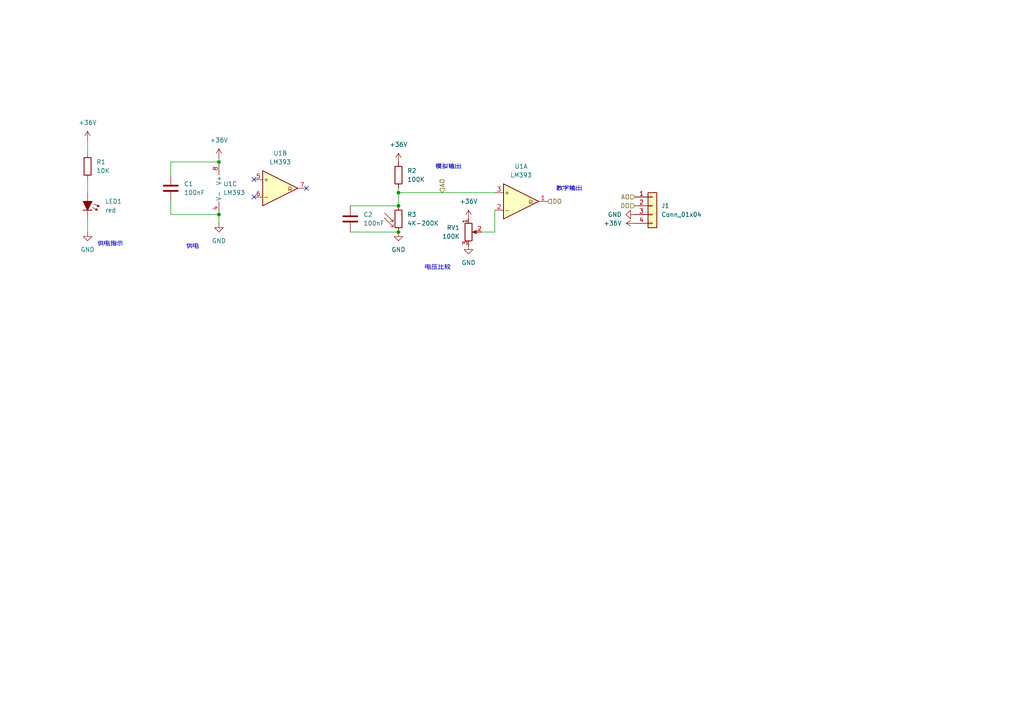
<source format=kicad_sch>
(kicad_sch (version 20250114) (generator "eeschema") (generator_version "9.0")
  (paper "A4")
  (lib_symbols
    (symbol "Comparator:LM393" (pin_names (offset 0.127))
      (property "Reference" "U" (at 3.81 3.81 0))
      (property "Value" "LM393" (at 6.35 -3.81 0))
      (symbol "LM393_1_1"
        (polyline (pts (xy -5.08 5.08) (xy 5.08 0) (xy -5.08 -5.08) (xy -5.08 5.08)) (stroke (width 0.254)) (fill (type background)))
        (polyline (pts (xy 3.302 -0.508) (xy 2.794 -0.508) (xy 3.302 0) (xy 2.794 0.508) (xy 2.286 0) (xy 2.794 -0.508) (xy 2.286 -0.508)) (stroke (width 0.127)))
        (pin input line (at -7.62 2.54 0) (length 2.54) (name "+") (number "3"))
        (pin input line (at -7.62 -2.54 0) (length 2.54) (name "-") (number "2"))
        (pin open_collector line (at 7.62 0 180) (length 2.54) (name "~") (number "1"))
      )
      (symbol "LM393_2_1"
        (polyline (pts (xy -5.08 5.08) (xy 5.08 0) (xy -5.08 -5.08) (xy -5.08 5.08)) (stroke (width 0.254)) (fill (type background)))
        (polyline (pts (xy 3.302 -0.508) (xy 2.794 -0.508) (xy 3.302 0) (xy 2.794 0.508) (xy 2.286 0) (xy 2.794 -0.508) (xy 2.286 -0.508)) (stroke (width 0.127)))
        (pin input line (at -7.62 2.54 0) (length 2.54) (name "+") (number "5"))
        (pin input line (at -7.62 -2.54 0) (length 2.54) (name "-") (number "6"))
        (pin open_collector line (at 7.62 0 180) (length 2.54) (name "~") (number "7"))
      )
      (symbol "LM393_3_1"
        (pin power_in line (at -2.54 7.62 270) (length 3.81) (name "V+") (number "8"))
        (pin power_in line (at -2.54 -7.62 90) (length 3.81) (name "V-") (number "4"))
      )
    )
    (symbol "Connector_Generic:Conn_01x04" (pin_names (offset 1.016) (hide yes))
      (property "Reference" "J" (at 0 5.08 0))
      (property "Value" "Conn_01x04" (at 0 -7.62 0))
      (symbol "Conn_01x04_1_1"
        (rectangle (start -1.27 3.81) (end 1.27 -6.35) (stroke (width 0.254)) (fill (type background)))
        (rectangle (start -1.27 2.667) (end 0 2.413) (stroke (width 0.1524)))
        (rectangle (start -1.27 0.127) (end 0 -0.127) (stroke (width 0.1524)))
        (rectangle (start -1.27 -2.413) (end 0 -2.667) (stroke (width 0.1524)))
        (rectangle (start -1.27 -4.953) (end 0 -5.207) (stroke (width 0.1524)))
        (pin passive line (at -5.08 2.54 0) (length 3.81) (name "Pin_1") (number "1"))
        (pin passive line (at -5.08 0 0) (length 3.81) (name "Pin_2") (number "2"))
        (pin passive line (at -5.08 -2.54 0) (length 3.81) (name "Pin_3") (number "3"))
        (pin passive line (at -5.08 -5.08 0) (length 3.81) (name "Pin_4") (number "4"))
      )
    )
    (symbol "Device:R_Photo" (pin_numbers (hide yes)) (pin_names (offset 0))
      (property "Reference" "R" (at 1.27 1.27 0))
      (property "Value" "R_Photo" (at 1.27 0 0))
      (symbol "R_Photo_0_1"
        (polyline (pts (xy -1.524 -0.762) (xy -4.064 1.778)))
        (polyline (pts (xy -1.524 -0.762) (xy -2.286 -0.762)))
        (polyline (pts (xy -1.524 -0.762) (xy -1.524 0)))
        (polyline (pts (xy -1.524 -2.286) (xy -4.064 0.254)))
        (polyline (pts (xy -1.524 -2.286) (xy -2.286 -2.286)))
        (polyline (pts (xy -1.524 -2.286) (xy -1.524 -1.524)))
        (rectangle (start -1.016 2.54) (end 1.016 -2.54) (stroke (width 0.254)))
      )
      (symbol "R_Photo_1_1"
        (pin passive line (at 0 3.81 270) (length 1.27) (name "~") (number "1"))
        (pin passive line (at 0 -3.81 90) (length 1.27) (name "~") (number "2"))
      )
    )
    (symbol "Device:R_Potentiometer" (pin_names (offset 1.016) (hide yes))
      (property "Reference" "RV" (at -4.445 0 90))
      (property "Value" "R_Potentiometer" (at -2.54 0 90))
      (symbol "R_Potentiometer_0_1"
        (rectangle (start 1.016 2.54) (end -1.016 -2.54) (stroke (width 0.254)))
        (polyline (pts (xy 1.143 0) (xy 2.286 0.508) (xy 2.286 -0.508) (xy 1.143 0)) (fill (type outline)))
        (polyline (pts (xy 2.54 0) (xy 1.524 0)))
      )
      (symbol "R_Potentiometer_1_1"
        (pin passive line (at 0 3.81 270) (length 1.27) (name "1") (number "1"))
        (pin passive line (at 0 -3.81 90) (length 1.27) (name "3") (number "3"))
        (pin passive line (at 3.81 0 180) (length 1.27) (name "2") (number "2"))
      )
    )
    (symbol "PCM_Capacitor_AKL:C_1206" (pin_numbers (hide yes)) (pin_names (offset 0.254))
      (property "Reference" "C" (at 0.635 2.54 0))
      (property "Value" "C_1206" (at 0.635 -2.54 0))
      (symbol "C_1206_0_1"
        (polyline (pts (xy -2.032 0.762) (xy 2.032 0.762)) (stroke (width 0.508)))
        (polyline (pts (xy -2.032 -0.762) (xy 2.032 -0.762)) (stroke (width 0.508)))
      )
      (symbol "C_1206_0_2"
        (polyline (pts (xy -2.54 -2.54) (xy -0.381 -0.381)))
        (polyline (pts (xy -0.508 -0.508) (xy -1.651 0.635)) (stroke (width 0.508)))
        (polyline (pts (xy -0.508 -0.508) (xy 0.635 -1.651)) (stroke (width 0.508)))
        (polyline (pts (xy 0.381 0.381) (xy 2.54 2.54)))
        (polyline (pts (xy 0.508 0.508) (xy -0.635 1.651)) (stroke (width 0.508)))
        (polyline (pts (xy 0.508 0.508) (xy 1.651 -0.635)) (stroke (width 0.508)))
      )
      (symbol "C_1206_1_1"
        (pin passive line (at 0 3.81 270) (length 2.794) (name "~") (number "1"))
        (pin passive line (at 0 -3.81 90) (length 2.794) (name "~") (number "2"))
      )
      (symbol "C_1206_1_2"
        (pin passive line (at -2.54 -2.54 90) (length 0) (name "~") (number "2"))
        (pin passive line (at 2.54 2.54 270) (length 0) (name "~") (number "1"))
      )
    )
    (symbol "PCM_LED_AKL:LED_1206" (pin_numbers (hide yes)) (pin_names (offset 1.016) (hide yes))
      (property "Reference" "LED" (at 0 7.62 0))
      (property "Value" "LED_1206" (at 0 5.08 0))
      (symbol "LED_1206_0_1"
        (polyline (pts (xy -1.27 1.27) (xy -1.27 -1.27) (xy 1.27 0) (xy -1.27 1.27)) (stroke (width 0.254)) (fill (type outline)))
        (polyline (pts (xy -0.508 1.905) (xy 0.254 3.429)) (stroke (width 0.1524)))
        (polyline (pts (xy 0 2.921) (xy -0.254 3.048)) (stroke (width 0.1524)))
        (polyline (pts (xy 0 2.921) (xy 0.254 2.794)) (stroke (width 0.1524)))
        (polyline (pts (xy 0.254 2.794) (xy -0.254 3.048) (xy 0.254 3.429) (xy 0.254 2.794)) (stroke (width 0.1524)) (fill (type outline)))
        (polyline (pts (xy 0.508 1.397) (xy 1.27 2.921)) (stroke (width 0.1524)))
        (polyline (pts (xy 1.016 2.413) (xy 0.762 2.54)) (stroke (width 0.1524)))
        (polyline (pts (xy 1.016 2.413) (xy 1.27 2.286)) (stroke (width 0.1524)))
        (polyline (pts (xy 1.27 2.286) (xy 0.762 2.54) (xy 1.27 2.921) (xy 1.27 2.286)) (stroke (width 0.1524)) (fill (type outline)))
        (polyline (pts (xy 1.27 1.27) (xy 1.27 -1.27)) (stroke (width 0.254)))
        (polyline (pts (xy 1.27 0) (xy -1.27 0)))
      )
      (symbol "LED_1206_0_2"
        (polyline (pts (xy -2.54 -2.54) (xy 2.54 2.54)))
        (polyline (pts (xy -2.159 2.413) (xy -2.286 1.778) (xy -1.6764 1.9812) (xy -2.159 2.413)) (fill (type outline)))
        (polyline (pts (xy -1.651 0.889) (xy -2.159 2.413)))
        (polyline (pts (xy -1.016 2.794) (xy -1.143 2.159) (xy -0.5334 2.3622) (xy -1.016 2.794)) (fill (type outline)))
        (polyline (pts (xy -0.889 -0.889) (xy -1.778 0) (xy 0.889 0.889) (xy 0 -1.778) (xy -0.889 -0.889)) (stroke (width 0.254)) (fill (type outline)))
        (polyline (pts (xy -0.508 1.27) (xy -1.016 2.794)))
        (polyline (pts (xy 0 1.778) (xy 1.778 0)) (stroke (width 0.254)))
      )
      (symbol "LED_1206_1_1"
        (pin passive line (at -3.81 0 0) (length 2.54) (name "A") (number "2"))
        (pin passive line (at 3.81 0 180) (length 2.54) (name "K") (number "1"))
      )
      (symbol "LED_1206_1_2"
        (pin passive line (at -2.54 -2.54 0) (length 0) (name "A") (number "2"))
        (pin passive line (at 2.54 2.54 180) (length 0) (name "K") (number "1"))
      )
    )
    (symbol "PCM_Resistor_AKL:R_1206" (pin_numbers (hide yes)) (pin_names (offset 0))
      (property "Reference" "R" (at 2.54 1.27 0))
      (property "Value" "R_1206" (at 2.54 -1.27 0))
      (symbol "R_1206_0_1"
        (rectangle (start -1.016 2.54) (end 1.016 -2.54) (stroke (width 0.254)))
      )
      (symbol "R_1206_0_2"
        (polyline (pts (xy -2.54 -2.54) (xy -1.524 -1.524)))
        (polyline (pts (xy 1.524 1.524) (xy 2.54 2.54)))
        (polyline (pts (xy 1.524 1.524) (xy 0.889 2.159) (xy -2.159 -0.889) (xy -0.889 -2.159) (xy 2.159 0.889) (xy 1.524 1.524)) (stroke (width 0.254)))
      )
      (symbol "R_1206_1_1"
        (pin passive line (at 0 3.81 270) (length 1.27) (name "~") (number "1"))
        (pin passive line (at 0 -3.81 90) (length 1.27) (name "~") (number "2"))
      )
      (symbol "R_1206_1_2"
        (pin passive line (at -2.54 -2.54 0) (length 0) (name "") (number "2"))
        (pin passive line (at 2.54 2.54 180) (length 0) (name "") (number "1"))
      )
    )
    (symbol "power:+36V" (power) (pin_numbers (hide yes)) (pin_names (offset 0) (hide yes))
      (property "Value" "+36V" (at 0 3.556 0))
      (symbol "+36V_0_1"
        (polyline (pts (xy -0.762 1.27) (xy 0 2.54)))
        (polyline (pts (xy 0 2.54) (xy 0.762 1.27)))
        (polyline (pts (xy 0 0) (xy 0 2.54)))
      )
      (symbol "+36V_1_1"
        (pin power_in line (at 0 0 90) (length 0) (name "~") (number "1"))
      )
    )
    (symbol "power:GND" (power) (pin_numbers (hide yes)) (pin_names (offset 0) (hide yes))
      (property "Value" "GND" (at 0 -3.81 0))
      (symbol "GND_0_1"
        (polyline (pts (xy 0 0) (xy 0 -1.27) (xy 1.27 -1.27) (xy 0 -2.54) (xy -1.27 -1.27) (xy 0 -1.27)))
      )
      (symbol "GND_1_1"
        (pin power_in line (at 0 0 270) (length 0) (name "~") (number "1"))
      )
    )
  )
  (text "供电指示" (at 32.004 70.866 0) (effects (font (size 1.27 1.27))))
  (text "电压比较" (at 127 77.724 0) (effects (font (size 1.27 1.27))))
  (text "供电" (at 55.88 71.628 0) (effects (font (size 1.27 1.27))))
  (text "数字输出" (at 165.1 54.864 0) (effects (font (size 1.27 1.27))))
  (text "模拟输出" (at 130.048 48.514 0) (effects (font (size 1.27 1.27))))
  (junction (at 115.57 55.88))
  (junction (at 115.57 59.69))
  (junction (at 63.5 46.99))
  (junction (at 115.57 67.31))
  (junction (at 63.5 62.23))
  (no_connect (at 73.66 52.07))
  (no_connect (at 88.9 54.61))
  (no_connect (at 73.66 57.15))
  (wire (pts (xy 101.6 59.69) (xy 115.57 59.69)))
  (wire (pts (xy 115.57 55.88) (xy 115.57 59.69)))
  (wire (pts (xy 101.6 67.31) (xy 115.57 67.31)))
  (wire (pts (xy 25.4 40.64) (xy 25.4 44.45)))
  (wire (pts (xy 49.53 46.99) (xy 49.53 50.8)))
  (wire (pts (xy 63.5 45.72) (xy 63.5 46.99)))
  (wire (pts (xy 63.5 64.77) (xy 63.5 62.23)))
  (wire (pts (xy 25.4 52.07) (xy 25.4 55.88)))
  (wire (pts (xy 143.51 60.96) (xy 143.51 67.31)))
  (wire (pts (xy 115.57 54.61) (xy 115.57 55.88)))
  (wire (pts (xy 63.5 62.23) (xy 49.53 62.23)))
  (wire (pts (xy 63.5 46.99) (xy 49.53 46.99)))
  (wire (pts (xy 139.7 67.31) (xy 143.51 67.31)))
  (wire (pts (xy 25.4 63.5) (xy 25.4 67.31)))
  (wire (pts (xy 115.57 55.88) (xy 143.51 55.88)))
  (wire (pts (xy 49.53 62.23) (xy 49.53 58.42)))
  (hierarchical_label "DO" (shape input) (at 158.75 58.42 0))
  (hierarchical_label "DO" (shape input) (at 184.15 59.69 180))
  (hierarchical_label "AO" (shape input) (at 128.27 55.88 90))
  (hierarchical_label "AO" (shape input) (at 184.15 57.15 180))
  (symbol (lib_id "PCM_LED_AKL:LED_1206") (at 25.4 59.69 270) (unit 1)
    (property "Reference" "LED1" (at 30.48 58.4199 90) (effects (justify left)))
    (property "Value" "red" (at 30.48 60.9599 90) (effects (justify left)))
    (property "Footprint" "PCM_LED_SMD_AKL:LED_1206_3216Metric" (effects (hide yes)))
    (property "Description" "SMD LED, 1206, Alternate KiCad Library" (effects (hide yes)))
  )
  (symbol (lib_id "power:+36V") (at 63.5 45.72 0) (unit 1)
    (property "Reference" "#PWR02" (effects (hide yes)))
    (property "Value" "+36V" (at 63.5 40.64 0))
    (property "Description" "Power symbol creates a global label with name \"+36V\"" (effects (hide yes)))
  )
  (symbol (lib_id "power:GND") (at 135.89 71.12 0) (unit 1)
    (property "Reference" "#PWR08" (effects (hide yes)))
    (property "Value" "GND" (at 135.89 76.2 0))
    (property "Description" "Power symbol creates a global label with name \"GND\" , ground" (effects (hide yes)))
  )
  (symbol (lib_id "Comparator:LM393") (at 66.04 54.61 0) (unit 3)
    (property "Reference" "U1" (at 64.77 53.3399 0) (effects (justify left)))
    (property "Value" "LM393" (at 64.77 55.8799 0) (effects (justify left)))
    (property "Footprint" "PCM_4ms_Package_SOIC:SOIC-8_3.9x4.9mm_Pitch1.27mm" (effects (hide yes)))
    (property "Datasheet" "http://www.ti.com/lit/ds/symlink/lm393.pdf" (effects (hide yes)))
    (property "Description" "Low-Power, Low-Offset Voltage, Dual Comparators, DIP-8/SOIC-8/TO-99-8" (effects (hide yes)))
  )
  (symbol (lib_id "power:GND") (at 184.15 62.23 270) (unit 1)
    (property "Reference" "#PWR09" (effects (hide yes)))
    (property "Value" "GND" (at 180.34 62.2299 90) (effects (justify right)))
    (property "Description" "Power symbol creates a global label with name \"GND\" , ground" (effects (hide yes)))
  )
  (symbol (lib_id "Device:R_Photo") (at 115.57 63.5 0) (unit 1)
    (property "Reference" "R3" (at 118.11 62.2299 0) (effects (justify left)))
    (property "Value" "4K-200K" (at 118.11 64.7699 0) (effects (justify left)))
    (property "Footprint" "OptoDevice:R_LDR_5.0x4.1mm_P3mm_Vertical" (effects (hide yes)))
    (property "Description" "Photoresistor" (effects (hide yes)))
  )
  (symbol (lib_id "Comparator:LM393") (at 81.28 54.61 0) (unit 2)
    (property "Reference" "U1" (at 81.28 44.45 0))
    (property "Value" "LM393" (at 81.28 46.99 0))
    (property "Footprint" "PCM_4ms_Package_SOIC:SOIC-8_3.9x4.9mm_Pitch1.27mm" (effects (hide yes)))
    (property "Datasheet" "http://www.ti.com/lit/ds/symlink/lm393.pdf" (effects (hide yes)))
    (property "Description" "Low-Power, Low-Offset Voltage, Dual Comparators, DIP-8/SOIC-8/TO-99-8" (effects (hide yes)))
  )
  (symbol (lib_id "PCM_Resistor_AKL:R_1206") (at 115.57 50.8 0) (unit 1)
    (property "Reference" "R2" (at 118.11 49.5299 0) (effects (justify left)))
    (property "Value" "100K" (at 118.11 52.0699 0) (effects (justify left)))
    (property "Footprint" "PCM_Resistor_SMD_AKL:R_1206_3216Metric" (effects (hide yes)))
    (property "Description" "SMD 1206 Chip Resistor, European Symbol, Alternate KiCad Library" (effects (hide yes)))
  )
  (symbol (lib_id "Connector_Generic:Conn_01x04") (at 189.23 59.69 0) (unit 1)
    (property "Reference" "J1" (at 191.77 59.6899 0) (effects (justify left)))
    (property "Value" "Conn_01x04" (at 191.77 62.2299 0) (effects (justify left)))
    (property "Footprint" "Connector_PinHeader_2.54mm:PinHeader_1x04_P2.54mm_Vertical" (effects (hide yes)))
    (property "Description" "Generic connector, single row, 01x04, script generated (kicad-library-utils/schlib/autogen/connector/)" (effects (hide yes)))
  )
  (symbol (lib_id "power:GND") (at 115.57 67.31 0) (unit 1)
    (property "Reference" "#PWR07" (effects (hide yes)))
    (property "Value" "GND" (at 115.57 72.39 0))
    (property "Description" "Power symbol creates a global label with name \"GND\" , ground" (effects (hide yes)))
  )
  (symbol (lib_id "PCM_Capacitor_AKL:C_1206") (at 49.53 54.61 0) (unit 1)
    (property "Reference" "C1" (at 53.34 53.3399 0) (effects (justify left)))
    (property "Value" "100nF" (at 53.34 55.8799 0) (effects (justify left)))
    (property "Footprint" "PCM_Capacitor_SMD_AKL:C_1206_3216Metric" (effects (hide yes)))
    (property "Description" "SMD 1206 MLCC capacitor, Alternate KiCad Library" (effects (hide yes)))
  )
  (symbol (lib_id "power:+36V") (at 115.57 46.99 0) (unit 1)
    (property "Reference" "#PWR03" (effects (hide yes)))
    (property "Value" "+36V" (at 115.57 41.91 0))
    (property "Description" "Power symbol creates a global label with name \"+36V\"" (effects (hide yes)))
  )
  (symbol (lib_id "PCM_Resistor_AKL:R_1206") (at 25.4 48.26 0) (unit 1)
    (property "Reference" "R1" (at 27.94 46.9899 0) (effects (justify left)))
    (property "Value" "10K" (at 27.94 49.5299 0) (effects (justify left)))
    (property "Footprint" "PCM_Resistor_SMD_AKL:R_1206_3216Metric" (effects (hide yes)))
    (property "Description" "SMD 1206 Chip Resistor, European Symbol, Alternate KiCad Library" (effects (hide yes)))
  )
  (symbol (lib_id "power:+36V") (at 135.89 63.5 0) (unit 1)
    (property "Reference" "#PWR011" (effects (hide yes)))
    (property "Value" "+36V" (at 135.89 58.42 0))
    (property "Description" "Power symbol creates a global label with name \"+36V\"" (effects (hide yes)))
  )
  (symbol (lib_id "power:GND") (at 63.5 64.77 0) (unit 1)
    (property "Reference" "#PWR05" (effects (hide yes)))
    (property "Value" "GND" (at 63.5 69.85 0))
    (property "Description" "Power symbol creates a global label with name \"GND\" , ground" (effects (hide yes)))
  )
  (symbol (lib_id "power:GND") (at 25.4 67.31 0) (unit 1)
    (property "Reference" "#PWR06" (effects (hide yes)))
    (property "Value" "GND" (at 25.4 72.39 0))
    (property "Description" "Power symbol creates a global label with name \"GND\" , ground" (effects (hide yes)))
  )
  (symbol (lib_id "PCM_Capacitor_AKL:C_1206") (at 101.6 63.5 0) (unit 1)
    (property "Reference" "C2" (at 105.41 62.2299 0) (effects (justify left)))
    (property "Value" "100nF" (at 105.41 64.7699 0) (effects (justify left)))
    (property "Footprint" "PCM_Capacitor_SMD_AKL:C_1206_3216Metric" (effects (hide yes)))
    (property "Description" "SMD 1206 MLCC capacitor, Alternate KiCad Library" (effects (hide yes)))
  )
  (symbol (lib_id "Device:R_Potentiometer") (at 135.89 67.31 0) (unit 1)
    (property "Reference" "RV1" (at 133.35 66.0399 0) (effects (justify right)))
    (property "Value" "100K" (at 133.35 68.5799 0) (effects (justify right)))
    (property "Footprint" "PCM_SL_Devices:Potentiometer_RM065" (effects (hide yes)))
    (property "Description" "Potentiometer" (effects (hide yes)))
  )
  (symbol (lib_id "power:+36V") (at 25.4 40.64 0) (unit 1)
    (property "Reference" "#PWR01" (effects (hide yes)))
    (property "Value" "+36V" (at 25.4 35.56 0))
    (property "Description" "Power symbol creates a global label with name \"+36V\"" (effects (hide yes)))
  )
  (symbol (lib_id "Comparator:LM393") (at 151.13 58.42 0) (unit 1)
    (property "Reference" "U1" (at 151.13 48.26 0))
    (property "Value" "LM393" (at 151.13 50.8 0))
    (property "Footprint" "PCM_4ms_Package_SOIC:SOIC-8_3.9x4.9mm_Pitch1.27mm" (effects (hide yes)))
    (property "Datasheet" "http://www.ti.com/lit/ds/symlink/lm393.pdf" (effects (hide yes)))
    (property "Description" "Low-Power, Low-Offset Voltage, Dual Comparators, DIP-8/SOIC-8/TO-99-8" (effects (hide yes)))
  )
  (symbol (lib_id "power:+36V") (at 184.15 64.77 90) (unit 1)
    (property "Reference" "#PWR010" (effects (hide yes)))
    (property "Value" "+36V" (at 180.34 64.7699 90) (effects (justify left)))
    (property "Description" "Power symbol creates a global label with name \"+36V\"" (effects (hide yes)))
  )
)
</source>
